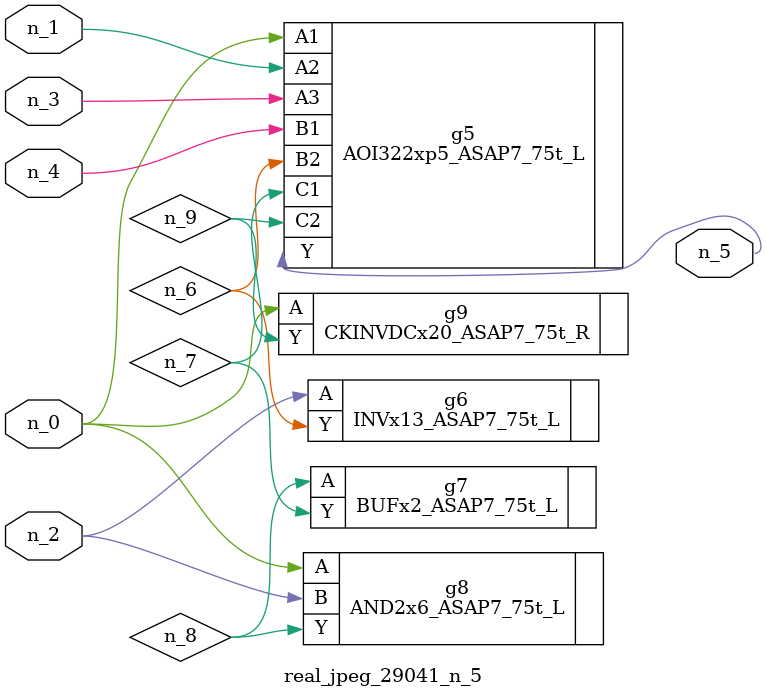
<source format=v>
module real_jpeg_29041_n_5 (n_4, n_0, n_1, n_2, n_3, n_5);

input n_4;
input n_0;
input n_1;
input n_2;
input n_3;

output n_5;

wire n_8;
wire n_6;
wire n_7;
wire n_9;

AOI322xp5_ASAP7_75t_L g5 ( 
.A1(n_0),
.A2(n_1),
.A3(n_3),
.B1(n_4),
.B2(n_6),
.C1(n_7),
.C2(n_9),
.Y(n_5)
);

AND2x6_ASAP7_75t_L g8 ( 
.A(n_0),
.B(n_2),
.Y(n_8)
);

CKINVDCx20_ASAP7_75t_R g9 ( 
.A(n_0),
.Y(n_9)
);

INVx13_ASAP7_75t_L g6 ( 
.A(n_2),
.Y(n_6)
);

BUFx2_ASAP7_75t_L g7 ( 
.A(n_8),
.Y(n_7)
);


endmodule
</source>
